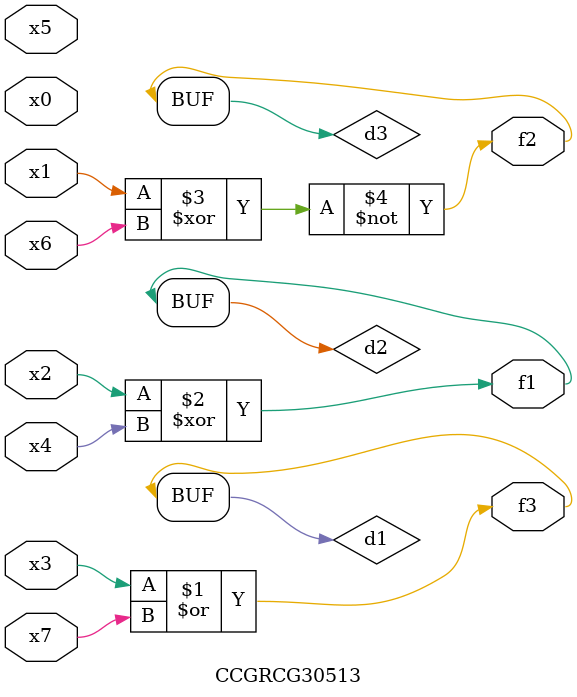
<source format=v>
module CCGRCG30513(
	input x0, x1, x2, x3, x4, x5, x6, x7,
	output f1, f2, f3
);

	wire d1, d2, d3;

	or (d1, x3, x7);
	xor (d2, x2, x4);
	xnor (d3, x1, x6);
	assign f1 = d2;
	assign f2 = d3;
	assign f3 = d1;
endmodule

</source>
